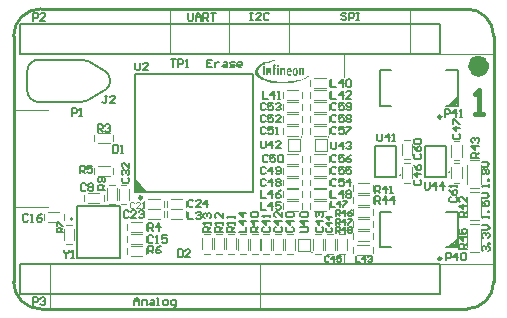
<source format=gto>
G04*
G04 #@! TF.GenerationSoftware,Altium Limited,Altium Designer,20.1.11 (218)*
G04*
G04 Layer_Color=0*
%FSLAX44Y44*%
%MOMM*%
G71*
G04*
G04 #@! TF.SameCoordinates,FB7AA9F9-362F-42BE-8F52-ADE0DE83CFEB*
G04*
G04*
G04 #@! TF.FilePolarity,Positive*
G04*
G01*
G75*
%ADD10C,0.2500*%
%ADD11C,0.1000*%
%ADD12C,0.2000*%
%ADD13C,0.1500*%
%ADD14C,0.1300*%
%ADD15C,1.0000*%
%ADD16C,0.1200*%
%ADD17C,0.0250*%
%ADD18C,0.0500*%
%ADD19C,0.4000*%
%ADD20C,0.1270*%
%ADD21C,0.1016*%
%ADD22C,0.2540*%
G36*
X228745Y210840D02*
X226178Y210753D01*
X222959Y210405D01*
X219783Y209795D01*
X217956Y209317D01*
X215694Y208577D01*
X214041Y207968D01*
X213562Y207751D01*
X213519Y208229D01*
X213258Y208751D01*
X213040Y209012D01*
X214302Y209447D01*
X216825Y210100D01*
X219653Y210579D01*
X222220Y210840D01*
X223655Y210927D01*
X227788D01*
X228745Y210840D01*
D02*
G37*
G36*
X212474Y208882D02*
X212823Y208621D01*
X213040Y208273D01*
X213127Y207968D01*
X213084Y207272D01*
X212823Y206837D01*
X212561Y206576D01*
X211996Y206359D01*
X211387Y206402D01*
X210952Y206620D01*
X210647Y206924D01*
X210473Y207272D01*
Y208142D01*
X210821Y208708D01*
X211213Y208969D01*
X211474Y209056D01*
X212083D01*
X212474Y208882D01*
D02*
G37*
G36*
X222176Y206924D02*
X222393Y206794D01*
X222263Y206272D01*
X222045Y205750D01*
X221741Y205924D01*
X221262D01*
X221132Y205837D01*
X220958Y205445D01*
Y204184D01*
X222132D01*
X221915Y203052D01*
X220958D01*
Y197658D01*
X219653D01*
Y203052D01*
X219218D01*
Y204184D01*
X219653D01*
Y205706D01*
X219914Y206402D01*
X220218Y206794D01*
X220740Y207055D01*
X221567Y207098D01*
X222176Y206924D01*
D02*
G37*
G36*
X224308Y206533D02*
X224525Y206228D01*
Y205576D01*
X224264Y205228D01*
X224047Y205097D01*
X223394D01*
X223003Y205402D01*
X222872Y205663D01*
X222915Y206228D01*
X223220Y206620D01*
X223525Y206750D01*
X223916D01*
X224308Y206533D01*
D02*
G37*
G36*
X234270Y204140D02*
X234792Y203661D01*
X235097Y203139D01*
X235314Y202356D01*
X235401Y200573D01*
X232486D01*
X232574Y199572D01*
X232747Y199137D01*
X233052Y198832D01*
X233356Y198702D01*
X234009Y198745D01*
X234575Y199093D01*
X234749Y199311D01*
X234836D01*
X235140Y198789D01*
X235314Y198354D01*
X234966Y198006D01*
X234488Y197701D01*
X233966Y197527D01*
X232965D01*
X232356Y197788D01*
X231877Y198180D01*
X231399Y199007D01*
X231181Y199876D01*
Y202052D01*
X231399Y202878D01*
X231660Y203400D01*
X232182Y204009D01*
X232530Y204227D01*
X233008Y204357D01*
X233228D01*
Y203245D01*
X233008Y203226D01*
X232834Y203096D01*
X232617Y202661D01*
X232486Y201617D01*
X234096D01*
X234009Y202661D01*
X233879Y202965D01*
X233748Y203139D01*
X233487Y203270D01*
X233232Y203245D01*
Y204357D01*
X233618D01*
X234270Y204140D01*
D02*
G37*
G36*
X242927Y203661D02*
X243450Y204053D01*
X243798Y204227D01*
X244581Y204314D01*
X245103Y204140D01*
X245494Y203792D01*
X245668Y203400D01*
X245712Y197658D01*
X244450D01*
X244407Y202704D01*
X244189Y203009D01*
X243624D01*
X243015Y202530D01*
Y197658D01*
X241709D01*
X241666Y203531D01*
X241579Y204053D01*
X242754Y204357D01*
X242927Y203661D01*
D02*
G37*
G36*
X227136Y203922D02*
X227179Y203661D01*
X227614Y204009D01*
X228049Y204227D01*
X228832Y204314D01*
X229354Y204140D01*
X229702Y203835D01*
X229920Y203357D01*
X229963Y197658D01*
X228702D01*
X228658Y202661D01*
X228484Y202965D01*
X228310Y203052D01*
X227875Y203009D01*
X227440Y202704D01*
X227222Y202443D01*
Y197658D01*
X225961D01*
X225917Y203444D01*
X225830Y204009D01*
X226265Y204184D01*
X227005Y204357D01*
X227136Y203922D01*
D02*
G37*
G36*
X224395Y197658D02*
X223090D01*
Y204140D01*
X224395Y204314D01*
Y197658D01*
D02*
G37*
G36*
X215172Y203618D02*
X215346Y203835D01*
X215911Y204184D01*
X216433Y204314D01*
X216825D01*
X217347Y204140D01*
X217695Y203835D01*
X217826Y203618D01*
X217956Y203096D01*
Y197658D01*
X216694D01*
X216651Y202661D01*
X216477Y202965D01*
X216303Y203052D01*
X215868Y203009D01*
X215433Y202704D01*
X215215Y202487D01*
Y197658D01*
X213954D01*
X213910Y203400D01*
X213780Y204053D01*
X214998Y204357D01*
X215172Y203618D01*
D02*
G37*
G36*
X212474Y197658D02*
X211169D01*
Y205358D01*
X212474Y205489D01*
Y197658D01*
D02*
G37*
G36*
X239404Y204140D02*
X239926Y203705D01*
X240317Y203096D01*
X240578Y202313D01*
X240665Y201747D01*
X240622Y199833D01*
X240317Y198789D01*
X240143Y198506D01*
X239708Y197919D01*
X239230Y197614D01*
X238708Y197484D01*
X238344Y197503D01*
X237881Y197527D01*
X237272Y197832D01*
X236880Y198223D01*
X236619Y198658D01*
X236358Y199442D01*
X236228Y200268D01*
X236271Y201965D01*
X236532Y202922D01*
X236750Y203357D01*
X237185Y203922D01*
X237663Y204227D01*
X238142Y204357D01*
X238751D01*
X239404Y204140D01*
D02*
G37*
G36*
X210082Y207185D02*
X210256Y206794D01*
X210517Y206402D01*
X210691Y206315D01*
X210647Y206185D01*
X210430Y206098D01*
X209255Y205228D01*
X208690Y204749D01*
X208298Y204357D01*
X208037Y204053D01*
X207472Y203226D01*
X207124Y202443D01*
X206993Y201878D01*
X207080Y200660D01*
X207297Y199920D01*
X207515Y199398D01*
X207820Y198876D01*
X208124Y198441D01*
X208429Y198049D01*
X208864Y197571D01*
X209473Y197049D01*
X210212Y196483D01*
X210821Y196092D01*
X211822Y195526D01*
X212823Y195048D01*
X213649Y194699D01*
X215085Y194177D01*
X216607Y193742D01*
X217652Y193481D01*
X219131Y193177D01*
X221958Y192742D01*
X224264Y192524D01*
X225714Y192436D01*
X228702Y192372D01*
X230572Y192350D01*
X234401Y192568D01*
X237707Y192959D01*
X240578Y193481D01*
X243015Y194090D01*
X245016Y194743D01*
X246799Y195483D01*
X247887Y196048D01*
X249236Y196918D01*
X249932Y197484D01*
X250062Y197527D01*
X250019Y197353D01*
X249758Y197092D01*
X249323Y196744D01*
X248801Y196353D01*
X247757Y195657D01*
X246582Y195004D01*
X245190Y194265D01*
X243972Y193742D01*
X241274Y192785D01*
X238447Y192046D01*
X235923Y191567D01*
X233270Y191219D01*
X230181Y191002D01*
X224699Y191045D01*
X221436Y191306D01*
X218652Y191698D01*
X216259Y192176D01*
X213823Y192829D01*
X211822Y193525D01*
X210212Y194221D01*
X209299Y194699D01*
X208342Y195265D01*
X207645Y195744D01*
X207232Y196070D01*
X206558Y196614D01*
X205949Y197223D01*
X205557Y197701D01*
X205209Y198223D01*
X204687Y199268D01*
X204470Y200051D01*
Y201791D01*
X204818Y202922D01*
X205209Y203661D01*
X205905Y204618D01*
X206993Y205750D01*
X208124Y206620D01*
X209386Y207403D01*
X209995Y207707D01*
X210082Y207185D01*
D02*
G37*
G36*
X111621Y99160D02*
X102460D01*
Y108321D01*
X111621Y99160D01*
D02*
G37*
%LPC*%
G36*
X238577Y203183D02*
X238186Y203139D01*
X237881Y202878D01*
X237707Y202443D01*
X237577Y201269D01*
X237663Y199615D01*
X237838Y199093D01*
X238186Y198702D01*
X238360D01*
X238577Y198658D01*
X238882Y198832D01*
X239056Y199093D01*
X239230Y199702D01*
Y202226D01*
X239012Y202835D01*
X238795Y203096D01*
X238577Y203183D01*
D02*
G37*
%LPD*%
D10*
X362150Y162600D02*
G03*
X362150Y162600I-1250J0D01*
G01*
Y42600D02*
G03*
X362150Y42600I-1250J0D01*
G01*
X108710Y94160D02*
G03*
X108710Y94160I-1250J0D01*
G01*
D11*
X65500Y138000D02*
G03*
X65500Y138000I-500J0D01*
G01*
X208500Y1750D02*
Y37500D01*
X31000Y2000D02*
Y37750D01*
X132250Y216500D02*
Y252250D01*
X182500Y216500D02*
Y252250D01*
X233500Y216250D02*
Y252000D01*
X335750Y216750D02*
Y252500D01*
X279400Y196092D02*
Y216000D01*
Y38000D02*
Y46750D01*
Y38000D02*
X279500Y46750D01*
X360700Y215900D02*
X405000D01*
X360700Y38100D02*
X405000D01*
D12*
X11480Y185160D02*
G03*
X21480Y175160I10000J0D01*
G01*
X62780Y209640D02*
G03*
X57480Y211160I-5300J-8480D01*
G01*
Y175160D02*
G03*
X62780Y176680I0J10000D01*
G01*
X77591Y185000D02*
G03*
X77593Y201323I-5669J8162D01*
G01*
X21480Y211160D02*
G03*
X11480Y201160I0J-10000D01*
G01*
X50080Y76000D02*
G03*
X50080Y76000I-1000J0D01*
G01*
X370808Y172000D02*
X375884Y177076D01*
X368808Y172000D02*
X375904Y179096D01*
X372398Y172024D02*
X375881Y175121D01*
X365900Y172000D02*
X375900D01*
X309900Y202000D02*
X319900D01*
X365900D02*
X375900D01*
Y172000D02*
Y202000D01*
X309900Y172000D02*
X319900D01*
X309900D02*
Y202000D01*
X62780Y209640D02*
X77591Y201320D01*
X21480Y175160D02*
X57480D01*
X62780Y176680D02*
X77591Y185000D01*
X21480Y211160D02*
X57480Y211160D01*
X11480Y185160D02*
Y201160D01*
X360700Y12700D02*
Y38100D01*
X5100Y12700D02*
X360700D01*
X5100D02*
Y38100D01*
X24150D01*
X360700D01*
X309900Y52000D02*
Y82000D01*
Y52000D02*
X319900D01*
X375900D02*
Y82000D01*
X365900D02*
X375900D01*
X309900D02*
X319900D01*
X365900Y52000D02*
X375900D01*
X372398Y52024D02*
X375881Y55121D01*
X368808Y52000D02*
X375904Y59096D01*
X370808Y52000D02*
X375884Y57076D01*
X103299Y108321D02*
X112460Y99160D01*
X102460D02*
X202460D01*
X102460Y199160D02*
X202460D01*
X102460Y99160D02*
Y199160D01*
X202460Y99160D02*
Y199160D01*
X54080Y43000D02*
Y87000D01*
Y43000D02*
X90080D01*
Y87000D01*
X54080D02*
X90080D01*
X305990Y138010D02*
X324000D01*
Y111990D02*
Y138010D01*
X305990Y111990D02*
X324000D01*
X305990D02*
Y138010D01*
X24150Y241300D02*
X360700D01*
X5100D02*
X24150D01*
X5100Y215900D02*
Y241300D01*
Y215900D02*
X360700D01*
Y241300D01*
X347990Y111990D02*
Y138010D01*
Y111990D02*
X366000D01*
Y138010D01*
X347990D02*
X366000D01*
D13*
X327500Y113501D02*
G03*
X327500Y113501I-500J0D01*
G01*
X369000Y116000D02*
G03*
X369000Y116000I-500J0D01*
G01*
D14*
X252680Y47500D02*
G03*
X252680Y47500I-100J0D01*
G01*
X243680Y145500D02*
G03*
X243680Y145500I-100J0D01*
G01*
X266680D02*
G03*
X266680Y145500I-100J0D01*
G01*
D15*
X397750Y205500D02*
G03*
X397750Y205500I-4000J0D01*
G01*
D16*
X2010Y86000D02*
X29010Y86000D01*
X2010Y168000D02*
X29010D01*
D17*
X67950Y114340D02*
Y119340D01*
X84450Y114340D02*
Y119340D01*
X71700Y112590D02*
X81200D01*
X71700Y121090D02*
X81200D01*
X63080Y89750D02*
X72580D01*
X63080Y98250D02*
X72580D01*
X59830Y91500D02*
Y96500D01*
X76330Y91500D02*
Y96500D01*
X99500Y63250D02*
X109000D01*
X99500Y54750D02*
X109000D01*
X112250Y56500D02*
Y61500D01*
X95750Y56500D02*
Y61500D01*
X29080Y73750D02*
X38580D01*
X29080Y82250D02*
X38580D01*
X25830Y75500D02*
Y80500D01*
X42330Y75500D02*
Y80500D01*
X114080Y84750D02*
X123580D01*
X114080Y93250D02*
X123580D01*
X110830Y86500D02*
Y91500D01*
X127330Y86500D02*
Y91500D01*
X114080Y75750D02*
X123580D01*
X114080Y84250D02*
X123580D01*
X110830Y77500D02*
Y82500D01*
X127330Y77500D02*
Y82500D01*
X97330Y92000D02*
Y101500D01*
X88830Y92000D02*
Y101500D01*
X90580Y88750D02*
X95580D01*
X90580Y105250D02*
X95580D01*
X238330Y50000D02*
Y59500D01*
X229830Y50000D02*
Y59500D01*
X231580Y46750D02*
X236580D01*
X231580Y63250D02*
X236580D01*
X218330Y50000D02*
Y59500D01*
X209830Y50000D02*
Y59500D01*
X211580Y46750D02*
X216580D01*
X211580Y63250D02*
X216580D01*
X228330Y50000D02*
Y59500D01*
X219830Y50000D02*
Y59500D01*
X221580Y46750D02*
X226580D01*
X221580Y63250D02*
X226580D01*
X262330Y50000D02*
Y59500D01*
X253830Y50000D02*
Y59500D01*
X255580Y46750D02*
X260580D01*
X255580Y63250D02*
X260580D01*
X272330Y50000D02*
Y59500D01*
X263830Y50000D02*
Y59500D01*
X265580Y46750D02*
X270580D01*
X265580Y63250D02*
X270580D01*
X282330Y50000D02*
Y59500D01*
X273830Y50000D02*
Y59500D01*
X275580Y46750D02*
X280580D01*
X275580Y63250D02*
X280580D01*
X379250Y129000D02*
Y138500D01*
X370750Y129000D02*
Y138500D01*
X372500Y125750D02*
X377500D01*
X372500Y142250D02*
X377500D01*
X328750Y110500D02*
Y120000D01*
X337250Y110500D02*
Y120000D01*
X330500Y123250D02*
X335500D01*
X330500Y106750D02*
X335500D01*
X231580Y111250D02*
X241080D01*
X231580Y102750D02*
X241080D01*
X244330Y104500D02*
Y109500D01*
X227830Y104500D02*
Y109500D01*
X231580Y121250D02*
X241080D01*
X231580Y112750D02*
X241080D01*
X244330Y114500D02*
Y119500D01*
X227830Y114500D02*
Y119500D01*
X231580Y131250D02*
X241080D01*
X231580Y122750D02*
X241080D01*
X244330Y124500D02*
Y129500D01*
X227830Y124500D02*
Y129500D01*
X231580Y155250D02*
X241080D01*
X231580Y146750D02*
X241080D01*
X244330Y148500D02*
Y153500D01*
X227830Y148500D02*
Y153500D01*
X231580Y165250D02*
X241080D01*
X231580Y156750D02*
X241080D01*
X244330Y158500D02*
Y163500D01*
X227830Y158500D02*
Y163500D01*
X231580Y175250D02*
X241080D01*
X231580Y166750D02*
X241080D01*
X244330Y168500D02*
Y173500D01*
X227830Y168500D02*
Y173500D01*
X254580Y111250D02*
X264080D01*
X254580Y102750D02*
X264080D01*
X267330Y104500D02*
Y109500D01*
X250830Y104500D02*
Y109500D01*
X254580Y121250D02*
X264080D01*
X254580Y112750D02*
X264080D01*
X267330Y114500D02*
Y119500D01*
X250830Y114500D02*
Y119500D01*
X254580Y131250D02*
X264080D01*
X254580Y122750D02*
X264080D01*
X267330Y124500D02*
Y129500D01*
X250830Y124500D02*
Y129500D01*
X254580Y155250D02*
X264080D01*
X254580Y146750D02*
X264080D01*
X267330Y148500D02*
Y153500D01*
X250830Y148500D02*
Y153500D01*
X254580Y165250D02*
X264080D01*
X254580Y156750D02*
X264080D01*
X267330Y158500D02*
Y163500D01*
X250830Y158500D02*
Y163500D01*
X254580Y175250D02*
X264080D01*
X254580Y166750D02*
X264080D01*
X267330Y168500D02*
Y173500D01*
X250830Y168500D02*
Y173500D01*
X191580Y63250D02*
X196580D01*
X191580Y46750D02*
X196580D01*
X189830Y50000D02*
Y59500D01*
X198330Y50000D02*
Y59500D01*
X231580Y185250D02*
X241080D01*
X231580Y176750D02*
X241080D01*
X244330Y178500D02*
Y183500D01*
X227830Y178500D02*
Y183500D01*
X254580Y185250D02*
X264080D01*
X254580Y176750D02*
X264080D01*
X267330Y178500D02*
Y183500D01*
X250830Y178500D02*
Y183500D01*
X304250Y47500D02*
Y52500D01*
X287750Y47500D02*
Y52500D01*
X291000Y54250D02*
X300500D01*
X291000Y45750D02*
X300500D01*
X231580Y101250D02*
X241080D01*
X231580Y92750D02*
X241080D01*
X244330Y94500D02*
Y99500D01*
X227830Y94500D02*
Y99500D01*
X254580Y101250D02*
X264080D01*
X254580Y92750D02*
X264080D01*
X267330Y94500D02*
Y99500D01*
X250830Y94500D02*
Y99500D01*
X67950Y142280D02*
Y147280D01*
X84450Y142280D02*
Y147280D01*
X71700Y140530D02*
X81200D01*
X71700Y149030D02*
X81200D01*
X95750Y66500D02*
Y71500D01*
X112250Y66500D02*
Y71500D01*
X99500Y64750D02*
X109000D01*
X99500Y73250D02*
X109000D01*
X95750Y46500D02*
Y51500D01*
X112250Y46500D02*
Y51500D01*
X99500Y44750D02*
X109000D01*
X99500Y53250D02*
X109000D01*
X44580Y54750D02*
X49580D01*
X44580Y71250D02*
X49580D01*
X51330Y58500D02*
Y68000D01*
X42830Y58500D02*
Y68000D01*
X80580Y88750D02*
X85580D01*
X80580Y105250D02*
X85580D01*
X87330Y92500D02*
Y102000D01*
X78830Y92500D02*
Y102000D01*
X181580Y46750D02*
X186580D01*
X181580Y63250D02*
X186580D01*
X188330Y50500D02*
Y60000D01*
X179830Y50500D02*
Y60000D01*
X171580Y46750D02*
X176580D01*
X171580Y63250D02*
X176580D01*
X178330Y50500D02*
Y60000D01*
X169830Y50500D02*
Y60000D01*
X161580Y46750D02*
X166580D01*
X161580Y63250D02*
X166580D01*
X168330Y50500D02*
Y60000D01*
X159830Y50500D02*
Y60000D01*
X201580Y63250D02*
X206580D01*
X201580Y46750D02*
X206580D01*
X199830Y50000D02*
Y59500D01*
X208330Y50000D02*
Y59500D01*
X384000Y79000D02*
Y95000D01*
X396000Y79000D02*
Y95000D01*
X386000Y99000D02*
X394000D01*
X386000Y75000D02*
X394000D01*
X384000Y106000D02*
Y122000D01*
X396000Y106000D02*
Y122000D01*
X386000Y126000D02*
X394000D01*
X386000Y102000D02*
X394000D01*
X287750Y99500D02*
Y104500D01*
X304250Y99500D02*
Y104500D01*
X291500Y97750D02*
X301000D01*
X291500Y106250D02*
X301000D01*
X384000Y52000D02*
Y68000D01*
X396000Y52000D02*
Y68000D01*
X386000Y72000D02*
X394000D01*
X386000Y48000D02*
X394000D01*
X146330Y86500D02*
Y91500D01*
X129830Y86500D02*
Y91500D01*
X133080Y93250D02*
X142580D01*
X133080Y84750D02*
X142580D01*
X133080Y75750D02*
X142580D01*
X133080Y84250D02*
X142580D01*
X129830Y77500D02*
Y82500D01*
X146330Y77500D02*
Y82500D01*
X227830Y84500D02*
Y89500D01*
X244330Y84500D02*
Y89500D01*
X231580Y82750D02*
X241080D01*
X231580Y91250D02*
X241080D01*
X250830Y84500D02*
Y89500D01*
X267330Y84500D02*
Y89500D01*
X254580Y82750D02*
X264080D01*
X254580Y91250D02*
X264080D01*
X337250Y130000D02*
Y139500D01*
X328750Y130000D02*
Y139500D01*
X330500Y126750D02*
X335500D01*
X330500Y143250D02*
X335500D01*
X370750Y110500D02*
Y120000D01*
X379250Y110500D02*
Y120000D01*
X372500Y123250D02*
X377500D01*
X372500Y106750D02*
X377500D01*
X287750Y89500D02*
Y94500D01*
X304250Y89500D02*
Y94500D01*
X291500Y87750D02*
X301000D01*
X291500Y96250D02*
X301000D01*
X287750Y79500D02*
Y84500D01*
X304250Y79500D02*
Y84500D01*
X291500Y77750D02*
X301000D01*
X291500Y86250D02*
X301000D01*
X287750Y69500D02*
Y74500D01*
X304250Y69500D02*
Y74500D01*
X291500Y67750D02*
X301000D01*
X291500Y76250D02*
X301000D01*
X287750Y59500D02*
Y64500D01*
X304250Y59500D02*
Y64500D01*
X291500Y57750D02*
X301000D01*
X291500Y66250D02*
X301000D01*
X254580Y195250D02*
X264080D01*
X254580Y186750D02*
X264080D01*
X267330Y188500D02*
Y193500D01*
X250830Y188500D02*
Y193500D01*
D18*
X241080Y49000D02*
Y59000D01*
X251080D01*
Y49000D02*
Y59000D01*
X241080Y49000D02*
X251080D01*
X232080Y134000D02*
X242080D01*
X232080D02*
Y144000D01*
X242080D01*
Y134000D02*
Y144000D01*
X255080Y134000D02*
X265080D01*
X255080D02*
Y144000D01*
X265080D01*
Y134000D02*
Y144000D01*
D19*
X391000Y165000D02*
X397664D01*
X394332D01*
Y184994D01*
X391000Y181661D01*
D20*
X102250Y3250D02*
Y7482D01*
X104366Y9598D01*
X106482Y7482D01*
Y3250D01*
Y6424D01*
X102250D01*
X108598Y3250D02*
Y7482D01*
X111772D01*
X112830Y6424D01*
Y3250D01*
X116004Y7482D02*
X118120D01*
X119178Y6424D01*
Y3250D01*
X116004D01*
X114946Y4308D01*
X116004Y5366D01*
X119178D01*
X121294Y3250D02*
X123410D01*
X122352D01*
Y9598D01*
X121294D01*
X127642Y3250D02*
X129758D01*
X130816Y4308D01*
Y6424D01*
X129758Y7482D01*
X127642D01*
X126584Y6424D01*
Y4308D01*
X127642Y3250D01*
X135048Y1134D02*
X136106D01*
X137164Y2192D01*
Y7482D01*
X133990D01*
X132932Y6424D01*
Y4308D01*
X133990Y3250D01*
X137164D01*
X168232Y211097D02*
X164000D01*
Y204749D01*
X168232D01*
X164000Y207923D02*
X166116D01*
X170348Y208981D02*
Y204749D01*
Y206865D01*
X171406Y207923D01*
X172464Y208981D01*
X173522D01*
X177754D02*
X179870D01*
X180928Y207923D01*
Y204749D01*
X177754D01*
X176696Y205807D01*
X177754Y206865D01*
X180928D01*
X183044Y204749D02*
X186218D01*
X187276Y205807D01*
X186218Y206865D01*
X184102D01*
X183044Y207923D01*
X184102Y208981D01*
X187276D01*
X192566Y204749D02*
X190450D01*
X189392Y205807D01*
Y207923D01*
X190450Y208981D01*
X192566D01*
X193624Y207923D01*
Y206865D01*
X189392D01*
X147750Y250348D02*
Y245058D01*
X148808Y244000D01*
X150924D01*
X151982Y245058D01*
Y250348D01*
X154098Y244000D02*
Y248232D01*
X156214Y250348D01*
X158330Y248232D01*
Y244000D01*
Y247174D01*
X154098D01*
X160446Y244000D02*
Y250348D01*
X163620D01*
X164678Y249290D01*
Y247174D01*
X163620Y246116D01*
X160446D01*
X162562D02*
X164678Y244000D01*
X166794Y250348D02*
X171026D01*
X168910D01*
Y244000D01*
X200250Y250598D02*
X202366D01*
X201308D01*
Y244250D01*
X200250D01*
X202366D01*
X209772D02*
X205540D01*
X209772Y248482D01*
Y249540D01*
X208714Y250598D01*
X206598D01*
X205540Y249540D01*
X216120D02*
X215062Y250598D01*
X212946D01*
X211888Y249540D01*
Y245308D01*
X212946Y244250D01*
X215062D01*
X216120Y245308D01*
X281732Y249790D02*
X280674Y250848D01*
X278558D01*
X277500Y249790D01*
Y248732D01*
X278558Y247674D01*
X280674D01*
X281732Y246616D01*
Y245558D01*
X280674Y244500D01*
X278558D01*
X277500Y245558D01*
X283848Y244500D02*
Y250848D01*
X287022D01*
X288080Y249790D01*
Y247674D01*
X287022Y246616D01*
X283848D01*
X290196Y250848D02*
X292312D01*
X291254D01*
Y244500D01*
X290196D01*
X292312D01*
X397710Y48750D02*
X396652Y49808D01*
Y51924D01*
X397710Y52982D01*
X398768D01*
X399826Y51924D01*
Y50866D01*
Y51924D01*
X400884Y52982D01*
X401942D01*
X403000Y51924D01*
Y49808D01*
X401942Y48750D01*
X403000Y55098D02*
X401942D01*
Y56156D01*
X403000D01*
Y55098D01*
X397710Y60388D02*
X396652Y61446D01*
Y63562D01*
X397710Y64620D01*
X398768D01*
X399826Y63562D01*
Y62504D01*
Y63562D01*
X400884Y64620D01*
X401942D01*
X403000Y63562D01*
Y61446D01*
X401942Y60388D01*
X396652Y66736D02*
X400884D01*
X403000Y68852D01*
X400884Y70968D01*
X396652D01*
X402750Y103250D02*
Y105366D01*
Y104308D01*
X396402D01*
X397460Y103250D01*
X402750Y108540D02*
X401692D01*
Y109598D01*
X402750D01*
Y108540D01*
X397460Y113830D02*
X396402Y114888D01*
Y117004D01*
X397460Y118062D01*
X398518D01*
X399576Y117004D01*
X400634Y118062D01*
X401692D01*
X402750Y117004D01*
Y114888D01*
X401692Y113830D01*
X400634D01*
X399576Y114888D01*
X398518Y113830D01*
X397460D01*
X399576Y114888D02*
Y117004D01*
X396402Y120178D02*
X400634D01*
X402750Y122294D01*
X400634Y124410D01*
X396402D01*
X402750Y76750D02*
Y78866D01*
Y77808D01*
X396402D01*
X397460Y76750D01*
X402750Y82040D02*
X401692D01*
Y83098D01*
X402750D01*
Y82040D01*
X396402Y91562D02*
Y87330D01*
X399576D01*
X398518Y89446D01*
Y90504D01*
X399576Y91562D01*
X401692D01*
X402750Y90504D01*
Y88388D01*
X401692Y87330D01*
X396402Y93678D02*
X400634D01*
X402750Y95794D01*
X400634Y97910D01*
X396402D01*
X308000Y148348D02*
Y143058D01*
X309058Y142000D01*
X311174D01*
X312232Y143058D01*
Y148348D01*
X317522Y142000D02*
Y148348D01*
X314348Y145174D01*
X318580D01*
X320696Y142000D02*
X322812D01*
X321754D01*
Y148348D01*
X320696Y147290D01*
X269080Y194348D02*
Y188000D01*
X273312D01*
X278602D02*
Y194348D01*
X275428Y191174D01*
X279660D01*
X281776Y193290D02*
X282834Y194348D01*
X284950D01*
X286008Y193290D01*
Y189058D01*
X284950Y188000D01*
X282834D01*
X281776Y189058D01*
Y193290D01*
X348000Y107348D02*
Y102058D01*
X349058Y101000D01*
X351174D01*
X352232Y102058D01*
Y107348D01*
X357522Y101000D02*
Y107348D01*
X354348Y104174D01*
X358580D01*
X363870Y101000D02*
Y107348D01*
X360696Y104174D01*
X364928D01*
X273000Y64000D02*
Y69078D01*
X275539D01*
X276386Y68232D01*
Y66539D01*
X275539Y65693D01*
X273000D01*
X274693D02*
X276386Y64000D01*
X280618D02*
Y69078D01*
X278078Y66539D01*
X281464D01*
X283157Y68232D02*
X284003Y69078D01*
X285696D01*
X286542Y68232D01*
Y67386D01*
X285696Y66539D01*
X286542Y65693D01*
Y64846D01*
X285696Y64000D01*
X284003D01*
X283157Y64846D01*
Y65693D01*
X284003Y66539D01*
X283157Y67386D01*
Y68232D01*
X284003Y66539D02*
X285696D01*
X273000Y71000D02*
Y76078D01*
X275539D01*
X276386Y75232D01*
Y73539D01*
X275539Y72693D01*
X273000D01*
X274693D02*
X276386Y71000D01*
X280618D02*
Y76078D01*
X278078Y73539D01*
X281464D01*
X283157Y76078D02*
X286542D01*
Y75232D01*
X283157Y71846D01*
Y71000D01*
X273000Y79000D02*
Y84078D01*
X275539D01*
X276386Y83232D01*
Y81539D01*
X275539Y80693D01*
X273000D01*
X274693D02*
X276386Y79000D01*
X280618D02*
Y84078D01*
X278078Y81539D01*
X281464D01*
X286542Y84078D02*
X284849Y83232D01*
X283157Y81539D01*
Y79846D01*
X284003Y79000D01*
X285696D01*
X286542Y79846D01*
Y80693D01*
X285696Y81539D01*
X283157D01*
X306000Y89000D02*
Y95348D01*
X309174D01*
X310232Y94290D01*
Y92174D01*
X309174Y91116D01*
X306000D01*
X308116D02*
X310232Y89000D01*
X315522D02*
Y95348D01*
X312348Y92174D01*
X316580D01*
X321870Y89000D02*
Y95348D01*
X318696Y92174D01*
X322928D01*
X369960Y94732D02*
X368902Y93674D01*
Y91558D01*
X369960Y90500D01*
X374192D01*
X375250Y91558D01*
Y93674D01*
X374192Y94732D01*
X368902Y101080D02*
X369960Y98964D01*
X372076Y96848D01*
X374192D01*
X375250Y97906D01*
Y100022D01*
X374192Y101080D01*
X373134D01*
X372076Y100022D01*
Y96848D01*
X375250Y103196D02*
Y105312D01*
Y104254D01*
X368902D01*
X369960Y103196D01*
X339710Y131232D02*
X338652Y130174D01*
Y128058D01*
X339710Y127000D01*
X343942D01*
X345000Y128058D01*
Y130174D01*
X343942Y131232D01*
X338652Y137580D02*
X339710Y135464D01*
X341826Y133348D01*
X343942D01*
X345000Y134406D01*
Y136522D01*
X343942Y137580D01*
X342884D01*
X341826Y136522D01*
Y133348D01*
X339710Y139696D02*
X338652Y140754D01*
Y142870D01*
X339710Y143928D01*
X343942D01*
X345000Y142870D01*
Y140754D01*
X343942Y139696D01*
X339710D01*
X269000Y91078D02*
Y86000D01*
X272386D01*
X276618D02*
Y91078D01*
X274078Y88539D01*
X277464D01*
X279157Y91078D02*
X282542D01*
Y90232D01*
X279157Y86846D01*
Y86000D01*
X209080Y90348D02*
Y84000D01*
X213312D01*
X218602D02*
Y90348D01*
X215428Y87174D01*
X219660D01*
X226008Y90348D02*
X221776D01*
Y87174D01*
X223892Y88232D01*
X224950D01*
X226008Y87174D01*
Y85058D01*
X224950Y84000D01*
X222834D01*
X221776Y85058D01*
X148080Y82348D02*
Y76000D01*
X152312D01*
X154428Y81290D02*
X155486Y82348D01*
X157602D01*
X158660Y81290D01*
Y80232D01*
X157602Y79174D01*
X156544D01*
X157602D01*
X158660Y78116D01*
Y77058D01*
X157602Y76000D01*
X155486D01*
X154428Y77058D01*
X152312Y91290D02*
X151254Y92348D01*
X149138D01*
X148080Y91290D01*
Y87058D01*
X149138Y86000D01*
X151254D01*
X152312Y87058D01*
X158660Y86000D02*
X154428D01*
X158660Y90232D01*
Y91290D01*
X157602Y92348D01*
X155486D01*
X154428Y91290D01*
X163950Y86000D02*
Y92348D01*
X160776Y89174D01*
X165008D01*
X42500Y49598D02*
Y48540D01*
X44616Y46424D01*
X46732Y48540D01*
Y49598D01*
X44616Y46424D02*
Y43250D01*
X48848D02*
X50964D01*
X49906D01*
Y49598D01*
X48848Y48540D01*
X269080Y141348D02*
Y136058D01*
X270138Y135000D01*
X272254D01*
X273312Y136058D01*
Y141348D01*
X278602Y135000D02*
Y141348D01*
X275428Y138174D01*
X279660D01*
X281776Y140290D02*
X282834Y141348D01*
X284950D01*
X286008Y140290D01*
Y139232D01*
X284950Y138174D01*
X283892D01*
X284950D01*
X286008Y137116D01*
Y136058D01*
X284950Y135000D01*
X282834D01*
X281776Y136058D01*
X209080Y142348D02*
Y137058D01*
X210138Y136000D01*
X212254D01*
X213312Y137058D01*
Y142348D01*
X218602Y136000D02*
Y142348D01*
X215428Y139174D01*
X219660D01*
X226008Y136000D02*
X221776D01*
X226008Y140232D01*
Y141290D01*
X224950Y142348D01*
X222834D01*
X221776Y141290D01*
X242732Y65000D02*
X248022D01*
X249080Y66058D01*
Y68174D01*
X248022Y69232D01*
X242732D01*
X249080Y74522D02*
X242732D01*
X245906Y71348D01*
Y75580D01*
X243790Y77696D02*
X242732Y78754D01*
Y80870D01*
X243790Y81928D01*
X248022D01*
X249080Y80870D01*
Y78754D01*
X248022Y77696D01*
X243790D01*
X103080Y208348D02*
Y203058D01*
X104138Y202000D01*
X106254D01*
X107312Y203058D01*
Y208348D01*
X113660Y202000D02*
X109428D01*
X113660Y206232D01*
Y207290D01*
X112602Y208348D01*
X110486D01*
X109428Y207290D01*
X133080Y211348D02*
X137312D01*
X135196D01*
Y205000D01*
X139428D02*
Y211348D01*
X142602D01*
X143660Y210290D01*
Y208174D01*
X142602Y207116D01*
X139428D01*
X145776Y205000D02*
X147892D01*
X146834D01*
Y211348D01*
X145776Y210290D01*
X383500Y51000D02*
X377152D01*
Y54174D01*
X378210Y55232D01*
X380326D01*
X381384Y54174D01*
Y51000D01*
Y53116D02*
X383500Y55232D01*
Y60522D02*
X377152D01*
X380326Y57348D01*
Y61580D01*
X377152Y67928D02*
Y63696D01*
X380326D01*
X379268Y65812D01*
Y66870D01*
X380326Y67928D01*
X382442D01*
X383500Y66870D01*
Y64754D01*
X382442Y63696D01*
X306000Y98000D02*
Y104348D01*
X309174D01*
X310232Y103290D01*
Y101174D01*
X309174Y100116D01*
X306000D01*
X308116D02*
X310232Y98000D01*
X315522D02*
Y104348D01*
X312348Y101174D01*
X316580D01*
X318696Y98000D02*
X320812D01*
X319754D01*
Y104348D01*
X318696Y103290D01*
X394000Y128000D02*
X387652D01*
Y131174D01*
X388710Y132232D01*
X390826D01*
X391884Y131174D01*
Y128000D01*
Y130116D02*
X394000Y132232D01*
Y137522D02*
X387652D01*
X390826Y134348D01*
Y138580D01*
X388710Y140696D02*
X387652Y141754D01*
Y143870D01*
X388710Y144928D01*
X389768D01*
X390826Y143870D01*
Y142812D01*
Y143870D01*
X391884Y144928D01*
X392942D01*
X394000Y143870D01*
Y141754D01*
X392942Y140696D01*
X383500Y78000D02*
X377152D01*
Y81174D01*
X378210Y82232D01*
X380326D01*
X381384Y81174D01*
Y78000D01*
Y80116D02*
X383500Y82232D01*
Y87522D02*
X377152D01*
X380326Y84348D01*
Y88580D01*
X383500Y94928D02*
Y90696D01*
X379268Y94928D01*
X378210D01*
X377152Y93870D01*
Y91754D01*
X378210Y90696D01*
X207080Y65000D02*
X200732D01*
Y68174D01*
X201790Y69232D01*
X203906D01*
X204964Y68174D01*
Y65000D01*
Y67116D02*
X207080Y69232D01*
Y74522D02*
X200732D01*
X203906Y71348D01*
Y75580D01*
X201790Y77696D02*
X200732Y78754D01*
Y80870D01*
X201790Y81928D01*
X206022D01*
X207080Y80870D01*
Y78754D01*
X206022Y77696D01*
X201790D01*
X167080Y65000D02*
X160732D01*
Y68174D01*
X161790Y69232D01*
X163906D01*
X164964Y68174D01*
Y65000D01*
Y67116D02*
X167080Y69232D01*
Y71348D02*
Y73464D01*
Y72406D01*
X160732D01*
X161790Y71348D01*
Y76638D02*
X160732Y77696D01*
Y79812D01*
X161790Y80870D01*
X162848D01*
X163906Y79812D01*
Y78754D01*
Y79812D01*
X164964Y80870D01*
X166022D01*
X167080Y79812D01*
Y77696D01*
X166022Y76638D01*
X177080Y65000D02*
X170732D01*
Y68174D01*
X171790Y69232D01*
X173906D01*
X174964Y68174D01*
Y65000D01*
Y67116D02*
X177080Y69232D01*
Y71348D02*
Y73464D01*
Y72406D01*
X170732D01*
X171790Y71348D01*
X177080Y80870D02*
Y76638D01*
X172848Y80870D01*
X171790D01*
X170732Y79812D01*
Y77696D01*
X171790Y76638D01*
X187080Y65000D02*
X180732D01*
Y68174D01*
X181790Y69232D01*
X183906D01*
X184964Y68174D01*
Y65000D01*
Y67116D02*
X187080Y69232D01*
Y71348D02*
Y73464D01*
Y72406D01*
X180732D01*
X181790Y71348D01*
X187080Y76638D02*
Y78754D01*
Y77696D01*
X180732D01*
X181790Y76638D01*
X77750Y100750D02*
X71402D01*
Y103924D01*
X72460Y104982D01*
X74576D01*
X75634Y103924D01*
Y100750D01*
Y102866D02*
X77750Y104982D01*
X76692Y107098D02*
X77750Y108156D01*
Y110272D01*
X76692Y111330D01*
X72460D01*
X71402Y110272D01*
Y108156D01*
X72460Y107098D01*
X73518D01*
X74576Y108156D01*
Y111330D01*
X42000Y65000D02*
X36922D01*
Y67539D01*
X37768Y68386D01*
X39461D01*
X40307Y67539D01*
Y65000D01*
Y66693D02*
X42000Y68386D01*
X36922Y70078D02*
Y73464D01*
X37768D01*
X41154Y70078D01*
X42000D01*
X114000Y47000D02*
Y53348D01*
X117174D01*
X118232Y52290D01*
Y50174D01*
X117174Y49116D01*
X114000D01*
X116116D02*
X118232Y47000D01*
X124580Y53348D02*
X122464Y52290D01*
X120348Y50174D01*
Y48058D01*
X121406Y47000D01*
X123522D01*
X124580Y48058D01*
Y49116D01*
X123522Y50174D01*
X120348D01*
X56080Y115000D02*
Y121348D01*
X59254D01*
X60312Y120290D01*
Y118174D01*
X59254Y117116D01*
X56080D01*
X58196D02*
X60312Y115000D01*
X66660Y121348D02*
X62428D01*
Y118174D01*
X64544Y119232D01*
X65602D01*
X66660Y118174D01*
Y116058D01*
X65602Y115000D01*
X63486D01*
X62428Y116058D01*
X114000Y66000D02*
Y72348D01*
X117174D01*
X118232Y71290D01*
Y69174D01*
X117174Y68116D01*
X114000D01*
X116116D02*
X118232Y66000D01*
X123522D02*
Y72348D01*
X120348Y69174D01*
X124580D01*
X71120Y149860D02*
Y156208D01*
X74294D01*
X75352Y155150D01*
Y153034D01*
X74294Y151976D01*
X71120D01*
X73236D02*
X75352Y149860D01*
X77468Y155150D02*
X78526Y156208D01*
X80642D01*
X81700Y155150D01*
Y154092D01*
X80642Y153034D01*
X79584D01*
X80642D01*
X81700Y151976D01*
Y150918D01*
X80642Y149860D01*
X78526D01*
X77468Y150918D01*
X365000Y162600D02*
Y168948D01*
X368174D01*
X369232Y167890D01*
Y165774D01*
X368174Y164716D01*
X365000D01*
X374522Y162600D02*
Y168948D01*
X371348Y165774D01*
X375580D01*
X377696Y162600D02*
X379812D01*
X378754D01*
Y168948D01*
X377696Y167890D01*
X365900Y41000D02*
Y47348D01*
X369074D01*
X370132Y46290D01*
Y44174D01*
X369074Y43116D01*
X365900D01*
X375422Y41000D02*
Y47348D01*
X372248Y44174D01*
X376480D01*
X378596Y46290D02*
X379654Y47348D01*
X381770D01*
X382828Y46290D01*
Y42058D01*
X381770Y41000D01*
X379654D01*
X378596Y42058D01*
Y46290D01*
X16250Y3500D02*
Y9848D01*
X19424D01*
X20482Y8790D01*
Y6674D01*
X19424Y5616D01*
X16250D01*
X22598Y8790D02*
X23656Y9848D01*
X25772D01*
X26830Y8790D01*
Y7732D01*
X25772Y6674D01*
X24714D01*
X25772D01*
X26830Y5616D01*
Y4558D01*
X25772Y3500D01*
X23656D01*
X22598Y4558D01*
X16250Y244000D02*
Y250348D01*
X19424D01*
X20482Y249290D01*
Y247174D01*
X19424Y246116D01*
X16250D01*
X26830Y244000D02*
X22598D01*
X26830Y248232D01*
Y249290D01*
X25772Y250348D01*
X23656D01*
X22598Y249290D01*
X49250Y163500D02*
Y169848D01*
X52424D01*
X53482Y168790D01*
Y166674D01*
X52424Y165616D01*
X49250D01*
X55598Y163500D02*
X57714D01*
X56656D01*
Y169848D01*
X55598Y168790D01*
X269080Y100348D02*
Y94000D01*
X273312D01*
X278602D02*
Y100348D01*
X275428Y97174D01*
X279660D01*
X281776Y99290D02*
X282834Y100348D01*
X284950D01*
X286008Y99290D01*
Y98232D01*
X284950Y97174D01*
X286008Y96116D01*
Y95058D01*
X284950Y94000D01*
X282834D01*
X281776Y95058D01*
Y96116D01*
X282834Y97174D01*
X281776Y98232D01*
Y99290D01*
X282834Y97174D02*
X284950D01*
X209080Y100348D02*
Y94000D01*
X213312D01*
X218602D02*
Y100348D01*
X215428Y97174D01*
X219660D01*
X226008Y100348D02*
X223892Y99290D01*
X221776Y97174D01*
Y95058D01*
X222834Y94000D01*
X224950D01*
X226008Y95058D01*
Y96116D01*
X224950Y97174D01*
X221776D01*
X290000Y45078D02*
Y40000D01*
X293386D01*
X297617D02*
Y45078D01*
X295078Y42539D01*
X298464D01*
X300157Y44232D02*
X301003Y45078D01*
X302696D01*
X303542Y44232D01*
Y43386D01*
X302696Y42539D01*
X301849D01*
X302696D01*
X303542Y41693D01*
Y40846D01*
X302696Y40000D01*
X301003D01*
X300157Y40846D01*
X269080Y184348D02*
Y178000D01*
X273312D01*
X278602D02*
Y184348D01*
X275428Y181174D01*
X279660D01*
X286008Y178000D02*
X281776D01*
X286008Y182232D01*
Y183290D01*
X284950Y184348D01*
X282834D01*
X281776Y183290D01*
X211080Y184348D02*
Y178000D01*
X215312D01*
X220602D02*
Y184348D01*
X217428Y181174D01*
X221660D01*
X223776Y178000D02*
X225892D01*
X224834D01*
Y184348D01*
X223776Y183290D01*
X190732Y65000D02*
X197080D01*
Y69232D01*
Y74522D02*
X190732D01*
X193906Y71348D01*
Y75580D01*
X197080Y80870D02*
X190732D01*
X193906Y77696D01*
Y81928D01*
X79312Y180348D02*
X77196D01*
X78254D01*
Y175058D01*
X77196Y174000D01*
X76138D01*
X75080Y175058D01*
X85660Y174000D02*
X81428D01*
X85660Y178232D01*
Y179290D01*
X84602Y180348D01*
X82486D01*
X81428Y179290D01*
X139080Y50348D02*
Y44000D01*
X142254D01*
X143312Y45058D01*
Y49290D01*
X142254Y50348D01*
X139080D01*
X149660Y44000D02*
X145428D01*
X149660Y48232D01*
Y49290D01*
X148602Y50348D01*
X146486D01*
X145428Y49290D01*
X84250Y138598D02*
Y132250D01*
X87424D01*
X88482Y133308D01*
Y137540D01*
X87424Y138598D01*
X84250D01*
X90598Y132250D02*
X92714D01*
X91656D01*
Y138598D01*
X90598Y137540D01*
X273312Y173290D02*
X272254Y174348D01*
X270138D01*
X269080Y173290D01*
Y169058D01*
X270138Y168000D01*
X272254D01*
X273312Y169058D01*
X279660Y174348D02*
X275428D01*
Y171174D01*
X277544Y172232D01*
X278602D01*
X279660Y171174D01*
Y169058D01*
X278602Y168000D01*
X276486D01*
X275428Y169058D01*
X281776D02*
X282834Y168000D01*
X284950D01*
X286008Y169058D01*
Y173290D01*
X284950Y174348D01*
X282834D01*
X281776Y173290D01*
Y172232D01*
X282834Y171174D01*
X286008D01*
X273312Y163290D02*
X272254Y164348D01*
X270138D01*
X269080Y163290D01*
Y159058D01*
X270138Y158000D01*
X272254D01*
X273312Y159058D01*
X279660Y164348D02*
X275428D01*
Y161174D01*
X277544Y162232D01*
X278602D01*
X279660Y161174D01*
Y159058D01*
X278602Y158000D01*
X276486D01*
X275428Y159058D01*
X281776Y163290D02*
X282834Y164348D01*
X284950D01*
X286008Y163290D01*
Y162232D01*
X284950Y161174D01*
X286008Y160116D01*
Y159058D01*
X284950Y158000D01*
X282834D01*
X281776Y159058D01*
Y160116D01*
X282834Y161174D01*
X281776Y162232D01*
Y163290D01*
X282834Y161174D02*
X284950D01*
X273312Y153290D02*
X272254Y154348D01*
X270138D01*
X269080Y153290D01*
Y149058D01*
X270138Y148000D01*
X272254D01*
X273312Y149058D01*
X279660Y154348D02*
X275428D01*
Y151174D01*
X277544Y152232D01*
X278602D01*
X279660Y151174D01*
Y149058D01*
X278602Y148000D01*
X276486D01*
X275428Y149058D01*
X281776Y154348D02*
X286008D01*
Y153290D01*
X281776Y149058D01*
Y148000D01*
X273312Y129290D02*
X272254Y130348D01*
X270138D01*
X269080Y129290D01*
Y125058D01*
X270138Y124000D01*
X272254D01*
X273312Y125058D01*
X279660Y130348D02*
X275428D01*
Y127174D01*
X277544Y128232D01*
X278602D01*
X279660Y127174D01*
Y125058D01*
X278602Y124000D01*
X276486D01*
X275428Y125058D01*
X286008Y130348D02*
X283892Y129290D01*
X281776Y127174D01*
Y125058D01*
X282834Y124000D01*
X284950D01*
X286008Y125058D01*
Y126116D01*
X284950Y127174D01*
X281776D01*
X273312Y119290D02*
X272254Y120348D01*
X270138D01*
X269080Y119290D01*
Y115058D01*
X270138Y114000D01*
X272254D01*
X273312Y115058D01*
X279660Y120348D02*
X275428D01*
Y117174D01*
X277544Y118232D01*
X278602D01*
X279660Y117174D01*
Y115058D01*
X278602Y114000D01*
X276486D01*
X275428Y115058D01*
X286008Y120348D02*
X281776D01*
Y117174D01*
X283892Y118232D01*
X284950D01*
X286008Y117174D01*
Y115058D01*
X284950Y114000D01*
X282834D01*
X281776Y115058D01*
X273312Y109290D02*
X272254Y110348D01*
X270138D01*
X269080Y109290D01*
Y105058D01*
X270138Y104000D01*
X272254D01*
X273312Y105058D01*
X279660Y110348D02*
X275428D01*
Y107174D01*
X277544Y108232D01*
X278602D01*
X279660Y107174D01*
Y105058D01*
X278602Y104000D01*
X276486D01*
X275428Y105058D01*
X284950Y104000D02*
Y110348D01*
X281776Y107174D01*
X286008D01*
X213312Y173290D02*
X212254Y174348D01*
X210138D01*
X209080Y173290D01*
Y169058D01*
X210138Y168000D01*
X212254D01*
X213312Y169058D01*
X219660Y174348D02*
X215428D01*
Y171174D01*
X217544Y172232D01*
X218602D01*
X219660Y171174D01*
Y169058D01*
X218602Y168000D01*
X216486D01*
X215428Y169058D01*
X221776Y173290D02*
X222834Y174348D01*
X224950D01*
X226008Y173290D01*
Y172232D01*
X224950Y171174D01*
X223892D01*
X224950D01*
X226008Y170116D01*
Y169058D01*
X224950Y168000D01*
X222834D01*
X221776Y169058D01*
X213312Y163290D02*
X212254Y164348D01*
X210138D01*
X209080Y163290D01*
Y159058D01*
X210138Y158000D01*
X212254D01*
X213312Y159058D01*
X219660Y164348D02*
X215428D01*
Y161174D01*
X217544Y162232D01*
X218602D01*
X219660Y161174D01*
Y159058D01*
X218602Y158000D01*
X216486D01*
X215428Y159058D01*
X226008Y158000D02*
X221776D01*
X226008Y162232D01*
Y163290D01*
X224950Y164348D01*
X222834D01*
X221776Y163290D01*
X213312Y153290D02*
X212254Y154348D01*
X210138D01*
X209080Y153290D01*
Y149058D01*
X210138Y148000D01*
X212254D01*
X213312Y149058D01*
X219660Y154348D02*
X215428D01*
Y151174D01*
X217544Y152232D01*
X218602D01*
X219660Y151174D01*
Y149058D01*
X218602Y148000D01*
X216486D01*
X215428Y149058D01*
X221776Y148000D02*
X223892D01*
X222834D01*
Y154348D01*
X221776Y153290D01*
X215312Y129290D02*
X214254Y130348D01*
X212138D01*
X211080Y129290D01*
Y125058D01*
X212138Y124000D01*
X214254D01*
X215312Y125058D01*
X221660Y130348D02*
X217428D01*
Y127174D01*
X219544Y128232D01*
X220602D01*
X221660Y127174D01*
Y125058D01*
X220602Y124000D01*
X218486D01*
X217428Y125058D01*
X223776Y129290D02*
X224834Y130348D01*
X226950D01*
X228008Y129290D01*
Y125058D01*
X226950Y124000D01*
X224834D01*
X223776Y125058D01*
Y129290D01*
X213312Y119290D02*
X212254Y120348D01*
X210138D01*
X209080Y119290D01*
Y115058D01*
X210138Y114000D01*
X212254D01*
X213312Y115058D01*
X218602Y114000D02*
Y120348D01*
X215428Y117174D01*
X219660D01*
X221776Y115058D02*
X222834Y114000D01*
X224950D01*
X226008Y115058D01*
Y119290D01*
X224950Y120348D01*
X222834D01*
X221776Y119290D01*
Y118232D01*
X222834Y117174D01*
X226008D01*
X213312Y109290D02*
X212254Y110348D01*
X210138D01*
X209080Y109290D01*
Y105058D01*
X210138Y104000D01*
X212254D01*
X213312Y105058D01*
X218602Y104000D02*
Y110348D01*
X215428Y107174D01*
X219660D01*
X221776Y109290D02*
X222834Y110348D01*
X224950D01*
X226008Y109290D01*
Y108232D01*
X224950Y107174D01*
X226008Y106116D01*
Y105058D01*
X224950Y104000D01*
X222834D01*
X221776Y105058D01*
Y106116D01*
X222834Y107174D01*
X221776Y108232D01*
Y109290D01*
X222834Y107174D02*
X224950D01*
X339710Y109232D02*
X338652Y108174D01*
Y106058D01*
X339710Y105000D01*
X343942D01*
X345000Y106058D01*
Y108174D01*
X343942Y109232D01*
X345000Y114522D02*
X338652D01*
X341826Y111348D01*
Y115580D01*
X338652Y121928D02*
X339710Y119812D01*
X341826Y117696D01*
X343942D01*
X345000Y118754D01*
Y120870D01*
X343942Y121928D01*
X342884D01*
X341826Y120870D01*
Y117696D01*
X372710Y148232D02*
X371652Y147174D01*
Y145058D01*
X372710Y144000D01*
X376942D01*
X378000Y145058D01*
Y147174D01*
X376942Y148232D01*
X378000Y153522D02*
X371652D01*
X374826Y150348D01*
Y154580D01*
X371652Y156696D02*
Y160928D01*
X372710D01*
X376942Y156696D01*
X378000D01*
X267386Y44232D02*
X266539Y45078D01*
X264846D01*
X264000Y44232D01*
Y40846D01*
X264846Y40000D01*
X266539D01*
X267386Y40846D01*
X271618Y40000D02*
Y45078D01*
X269078Y42539D01*
X272464D01*
X277542Y45078D02*
X274157D01*
Y42539D01*
X275849Y43386D01*
X276696D01*
X277542Y42539D01*
Y40846D01*
X276696Y40000D01*
X275003D01*
X274157Y40846D01*
X265768Y68386D02*
X264922Y67539D01*
Y65846D01*
X265768Y65000D01*
X269154D01*
X270000Y65846D01*
Y67539D01*
X269154Y68386D01*
X270000Y72618D02*
X264922D01*
X267461Y70078D01*
Y73464D01*
X270000Y77696D02*
X264922D01*
X267461Y75157D01*
Y78542D01*
X256790Y69232D02*
X255732Y68174D01*
Y66058D01*
X256790Y65000D01*
X261022D01*
X262080Y66058D01*
Y68174D01*
X261022Y69232D01*
X262080Y74522D02*
X255732D01*
X258906Y71348D01*
Y75580D01*
X256790Y77696D02*
X255732Y78754D01*
Y80870D01*
X256790Y81928D01*
X257848D01*
X258906Y80870D01*
Y79812D01*
Y80870D01*
X259964Y81928D01*
X261022D01*
X262080Y80870D01*
Y78754D01*
X261022Y77696D01*
X221790Y69232D02*
X220732Y68174D01*
Y66058D01*
X221790Y65000D01*
X226022D01*
X227080Y66058D01*
Y68174D01*
X226022Y69232D01*
X227080Y74522D02*
X220732D01*
X223906Y71348D01*
Y75580D01*
X227080Y81928D02*
Y77696D01*
X222848Y81928D01*
X221790D01*
X220732Y80870D01*
Y78754D01*
X221790Y77696D01*
X211790Y69232D02*
X210732Y68174D01*
Y66058D01*
X211790Y65000D01*
X216022D01*
X217080Y66058D01*
Y68174D01*
X216022Y69232D01*
X217080Y74522D02*
X210732D01*
X213906Y71348D01*
Y75580D01*
X217080Y77696D02*
Y79812D01*
Y78754D01*
X210732D01*
X211790Y77696D01*
X231790Y69232D02*
X230732Y68174D01*
Y66058D01*
X231790Y65000D01*
X236022D01*
X237080Y66058D01*
Y68174D01*
X236022Y69232D01*
X237080Y74522D02*
X230732D01*
X233906Y71348D01*
Y75580D01*
X231790Y77696D02*
X230732Y78754D01*
Y80870D01*
X231790Y81928D01*
X236022D01*
X237080Y80870D01*
Y78754D01*
X236022Y77696D01*
X231790D01*
X92790Y111232D02*
X91732Y110174D01*
Y108058D01*
X92790Y107000D01*
X97022D01*
X98080Y108058D01*
Y110174D01*
X97022Y111232D01*
X92790Y113348D02*
X91732Y114406D01*
Y116522D01*
X92790Y117580D01*
X93848D01*
X94906Y116522D01*
Y115464D01*
Y116522D01*
X95964Y117580D01*
X97022D01*
X98080Y116522D01*
Y114406D01*
X97022Y113348D01*
X98080Y123928D02*
Y119696D01*
X93848Y123928D01*
X92790D01*
X91732Y122870D01*
Y120754D01*
X92790Y119696D01*
X97312Y82290D02*
X96254Y83348D01*
X94138D01*
X93080Y82290D01*
Y78058D01*
X94138Y77000D01*
X96254D01*
X97312Y78058D01*
X103660Y77000D02*
X99428D01*
X103660Y81232D01*
Y82290D01*
X102602Y83348D01*
X100486D01*
X99428Y82290D01*
X105776D02*
X106834Y83348D01*
X108950D01*
X110008Y82290D01*
Y81232D01*
X108950Y80174D01*
X107892D01*
X108950D01*
X110008Y79116D01*
Y78058D01*
X108950Y77000D01*
X106834D01*
X105776Y78058D01*
X12312Y79290D02*
X11254Y80348D01*
X9138D01*
X8080Y79290D01*
Y75058D01*
X9138Y74000D01*
X11254D01*
X12312Y75058D01*
X14428Y74000D02*
X16544D01*
X15486D01*
Y80348D01*
X14428Y79290D01*
X23950Y80348D02*
X21834Y79290D01*
X19718Y77174D01*
Y75058D01*
X20776Y74000D01*
X22892D01*
X23950Y75058D01*
Y76116D01*
X22892Y77174D01*
X19718D01*
X118232Y61290D02*
X117174Y62348D01*
X115058D01*
X114000Y61290D01*
Y57058D01*
X115058Y56000D01*
X117174D01*
X118232Y57058D01*
X120348Y56000D02*
X122464D01*
X121406D01*
Y62348D01*
X120348Y61290D01*
X129870Y62348D02*
X125638D01*
Y59174D01*
X127754Y60232D01*
X128812D01*
X129870Y59174D01*
Y57058D01*
X128812Y56000D01*
X126696D01*
X125638Y57058D01*
X61232Y105290D02*
X60174Y106348D01*
X58058D01*
X57000Y105290D01*
Y101058D01*
X58058Y100000D01*
X60174D01*
X61232Y101058D01*
X63348Y105290D02*
X64406Y106348D01*
X66522D01*
X67580Y105290D01*
Y104232D01*
X66522Y103174D01*
X67580Y102116D01*
Y101058D01*
X66522Y100000D01*
X64406D01*
X63348Y101058D01*
Y102116D01*
X64406Y103174D01*
X63348Y104232D01*
Y105290D01*
X64406Y103174D02*
X66522D01*
D21*
X101636Y89982D02*
X100789Y90828D01*
X99096D01*
X98250Y89982D01*
Y86596D01*
X99096Y85750D01*
X100789D01*
X101636Y86596D01*
X106714Y85750D02*
X103328D01*
X106714Y89136D01*
Y89982D01*
X105868Y90828D01*
X104175D01*
X103328Y89982D01*
X108407Y85750D02*
X110099D01*
X109253D01*
Y90828D01*
X108407Y89982D01*
D22*
X22860Y254000D02*
G03*
X-10Y231150I-10J-22860D01*
G01*
X10Y22870D02*
G03*
X22860Y0I22860J-10D01*
G01*
X406420Y231150D02*
G03*
X383570Y254020I-22860J10D01*
G01*
X383570Y0D02*
G03*
X406440Y22850I10J22860D01*
G01*
X22860Y254000D02*
X383540Y254000D01*
X406420Y22830D02*
Y231140D01*
X22870Y0D02*
X383540Y0D01*
X0Y22880D02*
Y231120D01*
M02*

</source>
